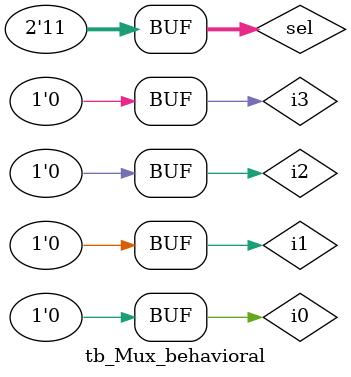
<source format=v>
`timescale 1ns / 1ps


module tb_Mux_behavioral;
    // Inputs te be define as registers
    reg [1:0] sel;
    reg i0;
    reg i1;
    reg i2;
    reg i3;
    
    // Outputs to be defined as wires
    wire d;
    
    // Instantiate the Unit Under Test (UUT)
    Mux_behavioral uut (
        .sel(sel),
        .i0(i0),
        .i1(i1),
        .i2(i2),
        .i3(i3),
        .d(d)
    );
    
    initial begin
        // Initialize inputs
        i0 = 1'b0;
        i1 = 1'b0;
        i2 = 1'b0;
        i3 = 1'b0;
        sel = 2'b0;
        
        #100;
        // Stimulus - All imput combinations followed by some wait time to observe the o/p
        sel = 0;
        #50
        i0 = 1'b1;
        #50;
        
        i0= 1'b0;
        sel = 1;
        #50;
        i1 = 1'b1;
        #50;
        
        i1 = 1'b0;
        sel = 2;
        #50;
        i2 = 1'b1;
        #50;
        
        i2 = 1'b0;
        sel = 3;
        #50;
        i3 = 1'b1;
        #50;
        i3 = 1'b0;
        
        end

endmodule
</source>
